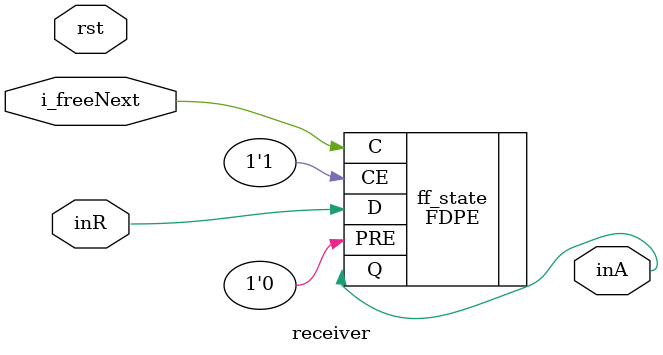
<source format=v>
`timescale 1ns / 1ps

(* dont_touch="true" *)module receiver(
inR, inA, i_freeNext, rst);

input inR, rst;
input i_freeNext;
output inA;

(* dont_touch="true" *)FDPE #(.INIT(1'b0)) ff_state (
    .Q      ( inA        ),      // 1-bit Data output
    .C      ( i_freeNext ),      // 1-bit Clock input
    .CE     ( 1'b1       ),      // 1-bit Clock enable input
    .PRE    ( 1'b0       ),      // 1-bit Asynchronous preset input
    .D      ( inR        )       // 1-bit Data input
   );

endmodule

</source>
